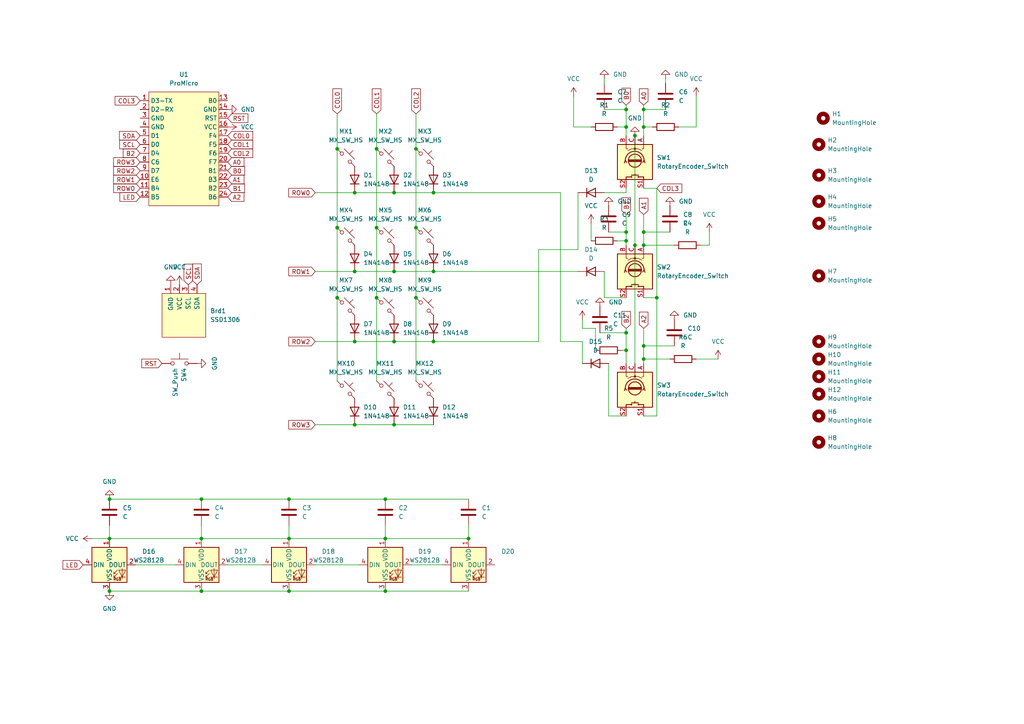
<source format=kicad_sch>
(kicad_sch (version 20230121) (generator eeschema)
  (paper "A4")
  (lib_symbols
    (symbol "Device:C" (pin_numbers hide) (pin_names (offset 0.254))
      (property "Reference" "C" (at 0.635 2.54 0))
      (property "Value" "C" (at 0.635 -2.54 0))
      (symbol "C_0_1"
        (polyline (pts (xy -2.032 -0.762) (xy 2.032 -0.762)) (stroke (width 0.508)))
        (polyline (pts (xy -2.032 0.762) (xy 2.032 0.762)) (stroke (width 0.508)))
      )
      (symbol "C_1_1"
        (pin passive line (at 0 3.81 270) (length 2.794) (name "~") (number "1"))
        (pin passive line (at 0 -3.81 90) (length 2.794) (name "~") (number "2"))
      )
    )
    (symbol "Device:D" (pin_numbers hide) (pin_names (offset 1.016) hide)
      (property "Reference" "D" (at 0 2.54 0))
      (property "Value" "D" (at 0 -2.54 0))
      (symbol "D_0_1"
        (polyline (pts (xy -1.27 1.27) (xy -1.27 -1.27)) (stroke (width 0.254)))
        (polyline (pts (xy 1.27 0) (xy -1.27 0)))
        (polyline (pts (xy 1.27 1.27) (xy 1.27 -1.27) (xy -1.27 0) (xy 1.27 1.27)) (stroke (width 0.254)))
      )
      (symbol "D_1_1"
        (pin passive line (at -3.81 0 0) (length 2.54) (name "K") (number "1"))
        (pin passive line (at 3.81 0 180) (length 2.54) (name "A") (number "2"))
      )
    )
    (symbol "Device:R" (pin_numbers hide) (pin_names (offset 0))
      (property "Reference" "R" (at 2.032 0 90))
      (property "Value" "R" (at 0 0 90))
      (symbol "R_0_1"
        (rectangle (start -1.016 -2.54) (end 1.016 2.54) (stroke (width 0.254)))
      )
      (symbol "R_1_1"
        (pin passive line (at 0 3.81 270) (length 1.27) (name "~") (number "1"))
        (pin passive line (at 0 -3.81 90) (length 1.27) (name "~") (number "2"))
      )
    )
    (symbol "Device:RotaryEncoder_Switch" (pin_names (offset 0.254) hide)
      (property "Reference" "SW" (at 0 6.604 0))
      (property "Value" "RotaryEncoder_Switch" (at 0 -6.604 0))
      (symbol "RotaryEncoder_Switch_0_1"
        (rectangle (start -5.08 5.08) (end 5.08 -5.08) (stroke (width 0.254)) (fill (type background)))
        (circle (center -3.81 0) (radius 0.254) (fill (type outline)))
        (circle (center -0.381 0) (radius 1.905) (stroke (width 0.254)))
        (arc (start -0.381 2.667) (mid -3.0988 -0.0635) (end -0.381 -2.794) (stroke (width 0.254)))
        (polyline (pts (xy -0.635 -1.778) (xy -0.635 1.778)) (stroke (width 0.254)))
        (polyline (pts (xy -0.381 -1.778) (xy -0.381 1.778)) (stroke (width 0.254)))
        (polyline (pts (xy -0.127 1.778) (xy -0.127 -1.778)) (stroke (width 0.254)))
        (polyline (pts (xy 3.81 0) (xy 3.429 0)) (stroke (width 0.254)))
        (polyline (pts (xy 3.81 1.016) (xy 3.81 -1.016)) (stroke (width 0.254)))
        (polyline (pts (xy -5.08 -2.54) (xy -3.81 -2.54) (xy -3.81 -2.032)))
        (polyline (pts (xy -5.08 2.54) (xy -3.81 2.54) (xy -3.81 2.032)))
        (polyline (pts (xy 0.254 -3.048) (xy -0.508 -2.794) (xy 0.127 -2.413)) (stroke (width 0.254)))
        (polyline (pts (xy 0.254 2.921) (xy -0.508 2.667) (xy 0.127 2.286)) (stroke (width 0.254)))
        (polyline (pts (xy 5.08 -2.54) (xy 4.318 -2.54) (xy 4.318 -1.016)) (stroke (width 0.254)))
        (polyline (pts (xy 5.08 2.54) (xy 4.318 2.54) (xy 4.318 1.016)) (stroke (width 0.254)))
        (polyline (pts (xy -5.08 0) (xy -3.81 0) (xy -3.81 -1.016) (xy -3.302 -2.032)))
        (polyline (pts (xy -4.318 0) (xy -3.81 0) (xy -3.81 1.016) (xy -3.302 2.032)))
        (circle (center 4.318 -1.016) (radius 0.127) (stroke (width 0.254)))
        (circle (center 4.318 1.016) (radius 0.127) (stroke (width 0.254)))
      )
      (symbol "RotaryEncoder_Switch_1_1"
        (pin passive line (at -7.62 2.54 0) (length 2.54) (name "A") (number "A"))
        (pin passive line (at -7.62 -2.54 0) (length 2.54) (name "B") (number "B"))
        (pin passive line (at -7.62 0 0) (length 2.54) (name "C") (number "C"))
        (pin passive line (at 7.62 2.54 180) (length 2.54) (name "S1") (number "S1"))
        (pin passive line (at 7.62 -2.54 180) (length 2.54) (name "S2") (number "S2"))
      )
    )
    (symbol "Diode:1N4148" (pin_numbers hide) (pin_names hide)
      (property "Reference" "D" (at 0 2.54 0))
      (property "Value" "1N4148" (at 0 -2.54 0))
      (symbol "1N4148_0_1"
        (polyline (pts (xy -1.27 1.27) (xy -1.27 -1.27)) (stroke (width 0.254)))
        (polyline (pts (xy 1.27 0) (xy -1.27 0)))
        (polyline (pts (xy 1.27 1.27) (xy 1.27 -1.27) (xy -1.27 0) (xy 1.27 1.27)) (stroke (width 0.254)))
      )
      (symbol "1N4148_1_1"
        (pin passive line (at -3.81 0 0) (length 2.54) (name "K") (number "1"))
        (pin passive line (at 3.81 0 180) (length 2.54) (name "A") (number "2"))
      )
    )
    (symbol "LED:WS2812B" (pin_names (offset 0.254))
      (property "Reference" "D" (at 5.08 5.715 0))
      (property "Value" "WS2812B" (at 1.27 -5.715 0))
      (symbol "WS2812B_0_0"
        (text "RGB" (at 2.286 -4.191 0) (effects (font (size 0.762 0.762))))
      )
      (symbol "WS2812B_0_1"
        (polyline (pts (xy 1.27 -3.556) (xy 1.778 -3.556)))
        (polyline (pts (xy 1.27 -2.54) (xy 1.778 -2.54)))
        (polyline (pts (xy 4.699 -3.556) (xy 2.667 -3.556)))
        (polyline (pts (xy 2.286 -2.54) (xy 1.27 -3.556) (xy 1.27 -3.048)))
        (polyline (pts (xy 2.286 -1.524) (xy 1.27 -2.54) (xy 1.27 -2.032)))
        (polyline (pts (xy 3.683 -1.016) (xy 3.683 -3.556) (xy 3.683 -4.064)))
        (polyline (pts (xy 4.699 -1.524) (xy 2.667 -1.524) (xy 3.683 -3.556) (xy 4.699 -1.524)))
        (rectangle (start 5.08 5.08) (end -5.08 -5.08) (stroke (width 0.254)) (fill (type background)))
      )
      (symbol "WS2812B_1_1"
        (pin power_in line (at 0 7.62 270) (length 2.54) (name "VDD") (number "1"))
        (pin output line (at 7.62 0 180) (length 2.54) (name "DOUT") (number "2"))
        (pin power_in line (at 0 -7.62 90) (length 2.54) (name "VSS") (number "3"))
        (pin input line (at -7.62 0 0) (length 2.54) (name "DIN") (number "4"))
      )
    )
    (symbol "Mechanical:MountingHole" (pin_names (offset 1.016))
      (property "Reference" "H" (at 0 5.08 0))
      (property "Value" "MountingHole" (at 0 3.175 0))
      (symbol "MountingHole_0_1"
        (circle (center 0 0) (radius 1.27) (stroke (width 1.27)))
      )
    )
    (symbol "PCM_marbastlib-mx:MX_SW_HS" (pin_numbers hide) (pin_names (offset 1.016) hide)
      (property "Reference" "MX" (at 3.048 1.016 0))
      (property "Value" "MX_SW_HS" (at 0 -3.81 0))
      (symbol "MX_SW_HS_0_1"
        (circle (center -1.1684 1.1684) (radius 0.508))
        (polyline (pts (xy -0.508 2.54) (xy 2.54 -0.508)))
        (polyline (pts (xy 1.016 1.016) (xy 2.032 2.032)))
        (polyline (pts (xy -2.54 2.54) (xy -1.524 1.524) (xy -1.524 1.524)))
        (polyline (pts (xy 1.524 -1.524) (xy 2.54 -2.54) (xy 2.54 -2.54) (xy 2.54 -2.54)))
        (circle (center 1.143 -1.1938) (radius 0.508))
        (pin passive line (at -2.54 2.54 0) (length 0) (name "1") (number "1"))
        (pin passive line (at 2.54 -2.54 180) (length 0) (name "2") (number "2"))
      )
    )
    (symbol "PCM_marbastlib-promicroish:Arduino_ProMicro" (in_bom no)
      (property "Reference" "U" (at 0 20.32 0))
      (property "Value" "ProMicro" (at 0 17.78 0))
      (symbol "Arduino_ProMicro_0_0"
        (pin bidirectional line (at -12.7 13.97 0) (length 2.54) (name "D3-TX") (number "1"))
        (pin bidirectional line (at -12.7 -8.89 0) (length 2.54) (name "E6") (number "10"))
        (pin bidirectional line (at -12.7 -11.43 0) (length 2.54) (name "B4") (number "11"))
        (pin bidirectional line (at -12.7 -13.97 0) (length 2.54) (name "B5") (number "12"))
        (pin power_out line (at 12.7 11.43 180) (length 2.54) (name "GND") (number "14"))
        (pin bidirectional line (at 12.7 8.89 180) (length 2.54) (name "RST") (number "15"))
        (pin bidirectional line (at 12.7 3.81 180) (length 2.54) (name "F4") (number "17"))
        (pin bidirectional line (at 12.7 1.27 180) (length 2.54) (name "F5") (number "18"))
        (pin bidirectional line (at 12.7 -1.27 180) (length 2.54) (name "F6") (number "19"))
        (pin bidirectional line (at -12.7 11.43 0) (length 2.54) (name "D2-RX") (number "2"))
        (pin bidirectional line (at 12.7 -3.81 180) (length 2.54) (name "F7") (number "20"))
        (pin bidirectional line (at 12.7 -6.35 180) (length 2.54) (name "B1") (number "21"))
        (pin bidirectional line (at 12.7 -8.89 180) (length 2.54) (name "B3") (number "22"))
        (pin bidirectional line (at 12.7 -11.43 180) (length 2.54) (name "B2") (number "23"))
        (pin bidirectional line (at 12.7 -13.97 180) (length 2.54) (name "B6") (number "24"))
        (pin power_out line (at -12.7 8.89 0) (length 2.54) (name "GND") (number "3"))
        (pin power_out line (at -12.7 6.35 0) (length 2.54) (name "GND") (number "4"))
        (pin bidirectional line (at -12.7 3.81 0) (length 2.54) (name "D1") (number "5"))
        (pin bidirectional line (at -12.7 1.27 0) (length 2.54) (name "D0") (number "6"))
        (pin bidirectional line (at -12.7 -1.27 0) (length 2.54) (name "D4") (number "7"))
        (pin bidirectional line (at -12.7 -3.81 0) (length 2.54) (name "C6") (number "8"))
        (pin bidirectional line (at -12.7 -6.35 0) (length 2.54) (name "D7") (number "9"))
      )
      (symbol "Arduino_ProMicro_1_0"
        (pin bidirectional line (at 12.7 13.97 180) (length 2.54) (name "B0") (number "13"))
        (pin power_out line (at 12.7 6.35 180) (length 2.54) (name "VCC") (number "16"))
      )
      (symbol "Arduino_ProMicro_1_1"
        (rectangle (start -10.16 16.51) (end 10.16 -16.51) (fill (type background)))
      )
    )
    (symbol "SSD1306-128x64_OLED:SSD1306" (pin_names (offset 1.016))
      (property "Reference" "Brd" (at 0 -3.81 0))
      (property "Value" "SSD1306" (at 0 -1.27 0))
      (symbol "SSD1306_0_1"
        (rectangle (start -6.35 6.35) (end 6.35 -6.35) (fill (type background)))
      )
      (symbol "SSD1306_1_1"
        (pin input line (at -3.81 8.89 270) (length 2.54) (name "GND") (number "1"))
        (pin input line (at -1.27 8.89 270) (length 2.54) (name "VCC") (number "2"))
        (pin input line (at 1.27 8.89 270) (length 2.54) (name "SCL") (number "3"))
        (pin input line (at 3.81 8.89 270) (length 2.54) (name "SDA") (number "4"))
      )
    )
    (symbol "Switch:SW_Push" (pin_numbers hide) (pin_names (offset 1.016) hide)
      (property "Reference" "SW" (at 1.27 2.54 0))
      (property "Value" "SW_Push" (at 0 -1.524 0))
      (symbol "SW_Push_0_1"
        (circle (center -2.032 0) (radius 0.508))
        (polyline (pts (xy 0 1.27) (xy 0 3.048)))
        (polyline (pts (xy 2.54 1.27) (xy -2.54 1.27)))
        (circle (center 2.032 0) (radius 0.508))
        (pin passive line (at -5.08 0 0) (length 2.54) (name "1") (number "1"))
        (pin passive line (at 5.08 0 180) (length 2.54) (name "2") (number "2"))
      )
    )
    (symbol "power:GND" (power) (pin_names (offset 0))
      (property "Value" "GND" (at 0 -3.81 0))
      (symbol "GND_0_1"
        (polyline (pts (xy 0 0) (xy 0 -1.27) (xy 1.27 -1.27) (xy 0 -2.54) (xy -1.27 -1.27) (xy 0 -1.27)))
      )
      (symbol "GND_1_1"
        (pin power_in line (at 0 0 270) (length 0) hide (name "GND") (number "1"))
      )
    )
    (symbol "power:VCC" (power) (pin_names (offset 0))
      (property "Value" "VCC" (at 0 3.81 0))
      (symbol "VCC_0_1"
        (polyline (pts (xy -0.762 1.27) (xy 0 2.54)))
        (polyline (pts (xy 0 0) (xy 0 2.54)))
        (polyline (pts (xy 0 2.54) (xy 0.762 1.27)))
      )
      (symbol "VCC_1_1"
        (pin power_in line (at 0 0 90) (length 0) hide (name "VCC") (number "1"))
      )
    )
  )
  (junction (at 102.87 78.74))
  (junction (at 109.22 86.36))
  (junction (at 58.42 144.78))
  (junction (at 58.42 171.45))
  (junction (at 135.89 156.21))
  (junction (at 114.3 78.74))
  (junction (at 186.69 31.75))
  (junction (at 109.22 43.18))
  (junction (at 125.73 78.74))
  (junction (at 31.75 156.21))
  (junction (at 102.87 123.19))
  (junction (at 186.69 36.83))
  (junction (at 31.75 144.78))
  (junction (at 111.76 144.78))
  (junction (at 120.65 66.04))
  (junction (at 186.69 104.14))
  (junction (at 102.87 99.06))
  (junction (at 190.5 86.36))
  (junction (at 125.73 99.06))
  (junction (at 186.69 71.12))
  (junction (at 114.3 55.88))
  (junction (at 186.69 100.33))
  (junction (at 83.82 171.45))
  (junction (at 58.42 156.21))
  (junction (at 125.73 55.88))
  (junction (at 83.82 144.78))
  (junction (at 181.61 67.31))
  (junction (at 97.79 43.18))
  (junction (at 97.79 66.04))
  (junction (at 114.3 123.19))
  (junction (at 186.69 67.31))
  (junction (at 83.82 156.21))
  (junction (at 102.87 55.88))
  (junction (at 31.75 171.45))
  (junction (at 114.3 99.06))
  (junction (at 120.65 43.18))
  (junction (at 97.79 86.36))
  (junction (at 181.61 31.75))
  (junction (at 181.61 96.52))
  (junction (at 184.15 39.37))
  (junction (at 120.65 86.36))
  (junction (at 111.76 171.45))
  (junction (at 184.15 71.12))
  (junction (at 181.61 69.85))
  (junction (at 181.61 36.83))
  (junction (at 181.61 101.6))
  (junction (at 111.76 156.21))
  (junction (at 109.22 66.04))
  (wire (pts (xy 186.69 104.14) (xy 186.69 105.41)))
  (wire (pts (xy 181.61 95.25) (xy 181.61 96.52)))
  (wire (pts (xy 58.42 171.45) (xy 83.82 171.45)))
  (wire (pts (xy 194.31 104.14) (xy 186.69 104.14)))
  (wire (pts (xy 181.61 69.85) (xy 181.61 71.12)))
  (wire (pts (xy 168.91 95.25) (xy 168.91 92.71)))
  (wire (pts (xy 156.21 99.06) (xy 125.73 99.06)))
  (wire (pts (xy 173.99 96.52) (xy 181.61 96.52)))
  (wire (pts (xy 111.76 171.45) (xy 135.89 171.45)))
  (wire (pts (xy 31.75 152.4) (xy 31.75 156.21)))
  (wire (pts (xy 184.15 71.12) (xy 184.15 105.41)))
  (wire (pts (xy 184.15 39.37) (xy 184.15 71.12)))
  (wire (pts (xy 58.42 152.4) (xy 58.42 156.21)))
  (wire (pts (xy 109.22 86.36) (xy 109.22 110.49)))
  (wire (pts (xy 119.38 163.83) (xy 128.27 163.83)))
  (wire (pts (xy 58.42 144.78) (xy 83.82 144.78)))
  (wire (pts (xy 181.61 54.61) (xy 181.61 55.88)))
  (wire (pts (xy 181.61 39.37) (xy 181.61 36.83)))
  (wire (pts (xy 162.56 99.06) (xy 162.56 55.88)))
  (wire (pts (xy 91.44 78.74) (xy 102.87 78.74)))
  (wire (pts (xy 179.07 69.85) (xy 181.61 69.85)))
  (wire (pts (xy 181.61 120.65) (xy 176.53 120.65)))
  (wire (pts (xy 203.2 71.12) (xy 205.74 71.12)))
  (wire (pts (xy 205.74 71.12) (xy 205.74 67.31)))
  (wire (pts (xy 102.87 123.19) (xy 114.3 123.19)))
  (wire (pts (xy 181.61 36.83) (xy 181.61 31.75)))
  (wire (pts (xy 102.87 78.74) (xy 114.3 78.74)))
  (wire (pts (xy 186.69 31.75) (xy 186.69 36.83)))
  (wire (pts (xy 172.72 101.6) (xy 172.72 95.25)))
  (wire (pts (xy 97.79 33.02) (xy 97.79 43.18)))
  (wire (pts (xy 186.69 30.48) (xy 186.69 31.75)))
  (wire (pts (xy 181.61 86.36) (xy 175.26 86.36)))
  (wire (pts (xy 181.61 101.6) (xy 181.61 105.41)))
  (wire (pts (xy 208.28 104.14) (xy 201.93 104.14)))
  (wire (pts (xy 109.22 43.18) (xy 109.22 66.04)))
  (wire (pts (xy 39.37 163.83) (xy 50.8 163.83)))
  (wire (pts (xy 109.22 66.04) (xy 109.22 86.36)))
  (wire (pts (xy 190.5 86.36) (xy 190.5 120.65)))
  (wire (pts (xy 111.76 144.78) (xy 135.89 144.78)))
  (wire (pts (xy 83.82 171.45) (xy 111.76 171.45)))
  (wire (pts (xy 166.37 36.83) (xy 171.45 36.83)))
  (wire (pts (xy 97.79 86.36) (xy 97.79 110.49)))
  (wire (pts (xy 186.69 120.65) (xy 190.5 120.65)))
  (wire (pts (xy 201.93 36.83) (xy 201.93 27.94)))
  (wire (pts (xy 31.75 156.21) (xy 58.42 156.21)))
  (wire (pts (xy 97.79 43.18) (xy 97.79 66.04)))
  (wire (pts (xy 91.44 163.83) (xy 104.14 163.83)))
  (wire (pts (xy 31.75 171.45) (xy 58.42 171.45)))
  (wire (pts (xy 58.42 156.21) (xy 83.82 156.21)))
  (wire (pts (xy 181.61 67.31) (xy 181.61 69.85)))
  (wire (pts (xy 186.69 95.25) (xy 186.69 100.33)))
  (wire (pts (xy 83.82 156.21) (xy 111.76 156.21)))
  (wire (pts (xy 181.61 62.23) (xy 181.61 67.31)))
  (wire (pts (xy 125.73 78.74) (xy 167.64 78.74)))
  (wire (pts (xy 31.75 144.78) (xy 58.42 144.78)))
  (wire (pts (xy 120.65 43.18) (xy 120.65 66.04)))
  (wire (pts (xy 120.65 33.02) (xy 120.65 43.18)))
  (wire (pts (xy 102.87 55.88) (xy 114.3 55.88)))
  (wire (pts (xy 186.69 36.83) (xy 186.69 39.37)))
  (wire (pts (xy 168.91 105.41) (xy 168.91 99.06)))
  (wire (pts (xy 196.85 36.83) (xy 201.93 36.83)))
  (wire (pts (xy 162.56 55.88) (xy 125.73 55.88)))
  (wire (pts (xy 176.53 67.31) (xy 181.61 67.31)))
  (wire (pts (xy 175.26 86.36) (xy 175.26 78.74)))
  (wire (pts (xy 186.69 67.31) (xy 194.31 67.31)))
  (wire (pts (xy 175.26 22.86) (xy 175.26 24.13)))
  (wire (pts (xy 181.61 55.88) (xy 175.26 55.88)))
  (wire (pts (xy 181.61 96.52) (xy 181.61 101.6)))
  (wire (pts (xy 120.65 86.36) (xy 120.65 110.49)))
  (wire (pts (xy 102.87 99.06) (xy 114.3 99.06)))
  (wire (pts (xy 168.91 99.06) (xy 162.56 99.06)))
  (wire (pts (xy 175.26 31.75) (xy 181.61 31.75)))
  (wire (pts (xy 111.76 152.4) (xy 111.76 156.21)))
  (wire (pts (xy 167.64 72.39) (xy 156.21 72.39)))
  (wire (pts (xy 186.69 100.33) (xy 186.69 104.14)))
  (wire (pts (xy 166.37 27.94) (xy 166.37 36.83)))
  (wire (pts (xy 172.72 95.25) (xy 168.91 95.25)))
  (wire (pts (xy 186.69 54.61) (xy 190.5 54.61)))
  (wire (pts (xy 114.3 99.06) (xy 125.73 99.06)))
  (wire (pts (xy 186.69 31.75) (xy 193.04 31.75)))
  (wire (pts (xy 111.76 156.21) (xy 135.89 156.21)))
  (wire (pts (xy 66.04 163.83) (xy 76.2 163.83)))
  (wire (pts (xy 83.82 144.78) (xy 111.76 144.78)))
  (wire (pts (xy 135.89 152.4) (xy 135.89 156.21)))
  (wire (pts (xy 120.65 66.04) (xy 120.65 86.36)))
  (wire (pts (xy 180.34 101.6) (xy 181.61 101.6)))
  (wire (pts (xy 186.69 100.33) (xy 195.58 100.33)))
  (wire (pts (xy 156.21 72.39) (xy 156.21 99.06)))
  (wire (pts (xy 171.45 69.85) (xy 171.45 64.77)))
  (wire (pts (xy 176.53 120.65) (xy 176.53 105.41)))
  (wire (pts (xy 193.04 22.86) (xy 193.04 24.13)))
  (wire (pts (xy 91.44 123.19) (xy 102.87 123.19)))
  (wire (pts (xy 114.3 78.74) (xy 125.73 78.74)))
  (wire (pts (xy 186.69 36.83) (xy 189.23 36.83)))
  (wire (pts (xy 179.07 36.83) (xy 181.61 36.83)))
  (wire (pts (xy 190.5 86.36) (xy 186.69 86.36)))
  (wire (pts (xy 91.44 99.06) (xy 102.87 99.06)))
  (wire (pts (xy 114.3 55.88) (xy 125.73 55.88)))
  (wire (pts (xy 167.64 55.88) (xy 167.64 72.39)))
  (wire (pts (xy 83.82 152.4) (xy 83.82 156.21)))
  (wire (pts (xy 26.67 156.21) (xy 31.75 156.21)))
  (wire (pts (xy 186.69 67.31) (xy 186.69 71.12)))
  (wire (pts (xy 91.44 55.88) (xy 102.87 55.88)))
  (wire (pts (xy 195.58 71.12) (xy 186.69 71.12)))
  (wire (pts (xy 97.79 66.04) (xy 97.79 86.36)))
  (wire (pts (xy 114.3 123.19) (xy 125.73 123.19)))
  (wire (pts (xy 186.69 62.23) (xy 186.69 67.31)))
  (wire (pts (xy 109.22 33.02) (xy 109.22 43.18)))
  (wire (pts (xy 190.5 54.61) (xy 190.5 86.36)))
  (wire (pts (xy 181.61 31.75) (xy 181.61 30.48)))
  (global_label "RST" (shape input) (at 46.99 105.41 180) (property "Intersheetrefs" "${INTERSHEET_REFS}" (effects hide)))
  (global_label "A0" (shape input) (at 66.04 46.99 0) (property "Intersheetrefs" "${INTERSHEET_REFS}" (effects hide)))
  (global_label "SDA" (shape input) (at 57.15 82.55 90) (property "Intersheetrefs" "${INTERSHEET_REFS}" (effects hide)))
  (global_label "ROW0" (shape input) (at 91.44 55.88 180) (property "Intersheetrefs" "${INTERSHEET_REFS}" (effects hide)))
  (global_label "A2" (shape input) (at 186.69 95.25 90) (property "Intersheetrefs" "${INTERSHEET_REFS}" (effects hide)))
  (global_label "ROW0" (shape input) (at 40.64 54.61 180) (property "Intersheetrefs" "${INTERSHEET_REFS}" (effects hide)))
  (global_label "COL2" (shape input) (at 120.65 33.02 90) (property "Intersheetrefs" "${INTERSHEET_REFS}" (effects hide)))
  (global_label "ROW1" (shape input) (at 40.64 52.07 180) (property "Intersheetrefs" "${INTERSHEET_REFS}" (effects hide)))
  (global_label "ROW2" (shape input) (at 91.44 99.06 180) (property "Intersheetrefs" "${INTERSHEET_REFS}" (effects hide)))
  (global_label "LED" (shape input) (at 24.13 163.83 180) (property "Intersheetrefs" "${INTERSHEET_REFS}" (effects hide)))
  (global_label "SCL" (shape input) (at 54.61 82.55 90) (property "Intersheetrefs" "${INTERSHEET_REFS}" (effects hide)))
  (global_label "B2" (shape input) (at 181.61 95.25 90) (property "Intersheetrefs" "${INTERSHEET_REFS}" (effects hide)))
  (global_label "A1" (shape input) (at 66.04 52.07 0) (property "Intersheetrefs" "${INTERSHEET_REFS}" (effects hide)))
  (global_label "ROW3" (shape input) (at 40.64 46.99 180) (property "Intersheetrefs" "${INTERSHEET_REFS}" (effects hide)))
  (global_label "COL3" (shape input) (at 40.64 29.21 180) (property "Intersheetrefs" "${INTERSHEET_REFS}" (effects hide)))
  (global_label "COL0" (shape input) (at 66.04 39.37 0) (property "Intersheetrefs" "${INTERSHEET_REFS}" (effects hide)))
  (global_label "SCL" (shape input) (at 40.64 41.91 180) (property "Intersheetrefs" "${INTERSHEET_REFS}" (effects hide)))
  (global_label "B2" (shape input) (at 40.64 44.45 180) (property "Intersheetrefs" "${INTERSHEET_REFS}" (effects hide)))
  (global_label "SDA" (shape input) (at 40.64 39.37 180) (property "Intersheetrefs" "${INTERSHEET_REFS}" (effects hide)))
  (global_label "COL3" (shape input) (at 190.5 54.61 0) (property "Intersheetrefs" "${INTERSHEET_REFS}" (effects hide)))
  (global_label "B1" (shape input) (at 181.61 62.23 90) (property "Intersheetrefs" "${INTERSHEET_REFS}" (effects hide)))
  (global_label "A0" (shape input) (at 186.69 30.48 90) (property "Intersheetrefs" "${INTERSHEET_REFS}" (effects hide)))
  (global_label "COL1" (shape input) (at 109.22 33.02 90) (property "Intersheetrefs" "${INTERSHEET_REFS}" (effects hide)))
  (global_label "ROW2" (shape input) (at 40.64 49.53 180) (property "Intersheetrefs" "${INTERSHEET_REFS}" (effects hide)))
  (global_label "LED" (shape input) (at 40.64 57.15 180) (property "Intersheetrefs" "${INTERSHEET_REFS}" (effects hide)))
  (global_label "RST" (shape input) (at 66.04 34.29 0) (property "Intersheetrefs" "${INTERSHEET_REFS}" (effects hide)))
  (global_label "COL1" (shape input) (at 66.04 41.91 0) (property "Intersheetrefs" "${INTERSHEET_REFS}" (effects hide)))
  (global_label "ROW3" (shape input) (at 91.44 123.19 180) (property "Intersheetrefs" "${INTERSHEET_REFS}" (effects hide)))
  (global_label "A2" (shape input) (at 66.04 57.15 0) (property "Intersheetrefs" "${INTERSHEET_REFS}" (effects hide)))
  (global_label "B0" (shape input) (at 66.04 49.53 0) (property "Intersheetrefs" "${INTERSHEET_REFS}" (effects hide)))
  (global_label "ROW1" (shape input) (at 91.44 78.74 180) (property "Intersheetrefs" "${INTERSHEET_REFS}" (effects hide)))
  (global_label "B1" (shape input) (at 66.04 54.61 0) (property "Intersheetrefs" "${INTERSHEET_REFS}" (effects hide)))
  (global_label "A1" (shape input) (at 186.69 62.23 90) (property "Intersheetrefs" "${INTERSHEET_REFS}" (effects hide)))
  (global_label "COL2" (shape input) (at 66.04 44.45 0) (property "Intersheetrefs" "${INTERSHEET_REFS}" (effects hide)))
  (global_label "B0" (shape input) (at 181.61 30.48 90) (property "Intersheetrefs" "${INTERSHEET_REFS}" (effects hide)))
  (global_label "COL0" (shape input) (at 97.79 33.02 90) (property "Intersheetrefs" "${INTERSHEET_REFS}" (effects hide)))
  (symbol (lib_id "Mechanical:MountingHole") (at 237.49 114.3 0) (unit 1)
    (property "Reference" "H12" (at 240.03 113.03 0) (effects (justify left)))
    (property "Value" "MountingHole" (at 240.03 115.57 0) (effects (justify left)))
    (property "Footprint" "MountingHole:MountingHole_2.2mm_M2_ISO7380_Pad_TopBottom" (effects hide))
  )
  (symbol (lib_id "Diode:1N4148") (at 114.3 52.07 90) (unit 1)
    (property "Reference" "D2" (at 116.84 50.8 90) (effects (justify right)))
    (property "Value" "1N4148" (at 116.84 53.34 90) (effects (justify right)))
    (property "Footprint" "Diode_THT:D_DO-35_SOD27_P7.62mm_Horizontal" (effects hide))
    (property "Datasheet" "https://assets.nexperia.com/documents/data-sheet/1N4148_1N4448.pdf" (effects hide))
    (property "Sim.Device" "D" (effects hide))
    (property "Sim.Pins" "1=K 2=A" (effects hide))
  )
  (symbol (lib_id "Device:C") (at 83.82 148.59 180) (unit 1)
    (property "Reference" "C3" (at 87.63 147.32 0) (effects (justify right)))
    (property "Value" "C" (at 87.63 149.86 0) (effects (justify right)))
    (property "Footprint" "Capacitor_SMD:C_0603_1608Metric_Pad1.08x0.95mm_HandSolder" (effects hide))
  )
  (symbol (lib_id "power:GND") (at 195.58 92.71 180) (unit 1)
    (property "Reference" "#PWR014" (effects hide))
    (property "Value" "GND" (at 198.12 91.44 0) (effects (justify right)))
  )
  (symbol (lib_id "Diode:1N4148") (at 102.87 119.38 90) (unit 1)
    (property "Reference" "D10" (at 105.41 118.11 90) (effects (justify right)))
    (property "Value" "1N4148" (at 105.41 120.65 90) (effects (justify right)))
    (property "Footprint" "Diode_THT:D_DO-35_SOD27_P7.62mm_Horizontal" (effects hide))
    (property "Datasheet" "https://assets.nexperia.com/documents/data-sheet/1N4148_1N4448.pdf" (effects hide))
    (property "Sim.Device" "D" (effects hide))
    (property "Sim.Pins" "1=K 2=A" (effects hide))
  )
  (symbol (lib_id "power:GND") (at 184.15 39.37 180) (unit 1)
    (property "Reference" "#PWR02" (effects hide))
    (property "Value" "GND" (at 184.15 34.29 0))
  )
  (symbol (lib_id "Device:C") (at 58.42 148.59 180) (unit 1)
    (property "Reference" "C4" (at 62.23 147.32 0) (effects (justify right)))
    (property "Value" "C" (at 62.23 149.86 0) (effects (justify right)))
    (property "Footprint" "Capacitor_SMD:C_0603_1608Metric_Pad1.08x0.95mm_HandSolder" (effects hide))
  )
  (symbol (lib_id "LED:WS2812B") (at 58.42 163.83 0) (unit 1)
    (property "Reference" "D17" (at 69.85 159.9439 0))
    (property "Value" "WS2812B" (at 69.85 162.4839 0))
    (property "Footprint" "LED_SMD:LED_WS2812B_PLCC4_5.0x5.0mm_P3.2mm" (effects hide))
    (property "Datasheet" "https://cdn-shop.adafruit.com/datasheets/WS2812B.pdf" (effects hide))
  )
  (symbol (lib_id "Device:RotaryEncoder_Switch") (at 184.15 78.74 270) (unit 1)
    (property "Reference" "SW2" (at 190.5 77.47 90) (effects (justify left)))
    (property "Value" "RotaryEncoder_Switch" (at 190.5 80.01 90) (effects (justify left)))
    (property "Footprint" "Rotary_Encoder:RotaryEncoder_Alps_EC11E-Switch_Vertical_H20mm" (effects hide))
  )
  (symbol (lib_id "Diode:1N4148") (at 125.73 52.07 90) (unit 1)
    (property "Reference" "D3" (at 128.27 50.8 90) (effects (justify right)))
    (property "Value" "1N4148" (at 128.27 53.34 90) (effects (justify right)))
    (property "Footprint" "Diode_THT:D_DO-35_SOD27_P7.62mm_Horizontal" (effects hide))
    (property "Datasheet" "https://assets.nexperia.com/documents/data-sheet/1N4148_1N4448.pdf" (effects hide))
    (property "Sim.Device" "D" (effects hide))
    (property "Sim.Pins" "1=K 2=A" (effects hide))
  )
  (symbol (lib_id "PCM_marbastlib-mx:MX_SW_HS") (at 111.76 113.03 0) (unit 1)
    (property "Reference" "MX11" (at 111.76 105.41 0))
    (property "Value" "MX_SW_HS" (at 111.76 107.95 0))
    (property "Footprint" "PCM_marbastlib-mx:SW_MX_HS_1u" (effects hide))
  )
  (symbol (lib_id "LED:WS2812B") (at 31.75 163.83 0) (unit 1)
    (property "Reference" "D16" (at 43.18 159.9439 0))
    (property "Value" "WS2812B" (at 43.18 162.4839 0))
    (property "Footprint" "LED_SMD:LED_WS2812B_PLCC4_5.0x5.0mm_P3.2mm" (effects hide))
    (property "Datasheet" "https://cdn-shop.adafruit.com/datasheets/WS2812B.pdf" (effects hide))
  )
  (symbol (lib_id "PCM_marbastlib-mx:MX_SW_HS") (at 111.76 68.58 0) (unit 1)
    (property "Reference" "MX5" (at 111.76 60.96 0))
    (property "Value" "MX_SW_HS" (at 111.76 63.5 0))
    (property "Footprint" "PCM_marbastlib-mx:SW_MX_HS_1u" (effects hide))
  )
  (symbol (lib_id "Mechanical:MountingHole") (at 237.49 109.22 0) (unit 1)
    (property "Reference" "H11" (at 240.03 107.95 0) (effects (justify left)))
    (property "Value" "MountingHole" (at 240.03 110.49 0) (effects (justify left)))
    (property "Footprint" "MountingHole:MountingHole_2.2mm_M2_ISO7380_Pad_TopBottom" (effects hide))
  )
  (symbol (lib_id "Device:RotaryEncoder_Switch") (at 184.15 46.99 270) (unit 1)
    (property "Reference" "SW1" (at 190.5 45.72 90) (effects (justify left)))
    (property "Value" "RotaryEncoder_Switch" (at 190.5 48.26 90) (effects (justify left)))
    (property "Footprint" "Rotary_Encoder:RotaryEncoder_Alps_EC11E-Switch_Vertical_H20mm" (effects hide))
  )
  (symbol (lib_id "Device:C") (at 194.31 63.5 0) (unit 1)
    (property "Reference" "C8" (at 198.12 62.23 0) (effects (justify left)))
    (property "Value" "C" (at 198.12 64.77 0) (effects (justify left)))
    (property "Footprint" "Capacitor_SMD:C_0603_1608Metric_Pad1.08x0.95mm_HandSolder" (effects hide))
  )
  (symbol (lib_id "Diode:1N4148") (at 125.73 119.38 90) (unit 1)
    (property "Reference" "D12" (at 128.27 118.11 90) (effects (justify right)))
    (property "Value" "1N4148" (at 128.27 120.65 90) (effects (justify right)))
    (property "Footprint" "Diode_THT:D_DO-35_SOD27_P7.62mm_Horizontal" (effects hide))
    (property "Datasheet" "https://assets.nexperia.com/documents/data-sheet/1N4148_1N4448.pdf" (effects hide))
    (property "Sim.Device" "D" (effects hide))
    (property "Sim.Pins" "1=K 2=A" (effects hide))
  )
  (symbol (lib_id "Device:R") (at 175.26 36.83 90) (unit 1)
    (property "Reference" "R1" (at 175.26 30.48 90))
    (property "Value" "R" (at 175.26 33.02 90))
    (property "Footprint" "Resistor_SMD:R_0805_2012Metric_Pad1.20x1.40mm_HandSolder" (effects hide))
  )
  (symbol (lib_id "SSD1306-128x64_OLED:SSD1306") (at 53.34 91.44 0) (unit 1)
    (property "Reference" "Brd1" (at 60.96 90.17 0) (effects (justify left)))
    (property "Value" "SSD1306" (at 60.96 92.71 0) (effects (justify left)))
    (property "Footprint" "SSD1306:128x64OLED" (effects hide))
  )
  (symbol (lib_id "Mechanical:MountingHole") (at 237.49 50.8 0) (unit 1)
    (property "Reference" "H3" (at 240.03 49.53 0) (effects (justify left)))
    (property "Value" "MountingHole" (at 240.03 52.07 0) (effects (justify left)))
    (property "Footprint" "MountingHole:MountingHole_2.2mm_M2_ISO7380_Pad_TopBottom" (effects hide))
  )
  (symbol (lib_id "power:GND") (at 57.15 105.41 90) (unit 1)
    (property "Reference" "#PWR03" (effects hide))
    (property "Value" "GND" (at 62.23 105.41 0))
  )
  (symbol (lib_id "Device:R") (at 193.04 36.83 90) (unit 1)
    (property "Reference" "R2" (at 193.04 30.48 90))
    (property "Value" "R" (at 193.04 33.02 90))
    (property "Footprint" "Resistor_SMD:R_0805_2012Metric_Pad1.20x1.40mm_HandSolder" (effects hide))
  )
  (symbol (lib_id "Device:C") (at 195.58 96.52 180) (unit 1)
    (property "Reference" "C10" (at 199.39 95.25 0) (effects (justify right)))
    (property "Value" "C" (at 199.39 97.79 0) (effects (justify right)))
    (property "Footprint" "Capacitor_SMD:C_0603_1608Metric_Pad1.08x0.95mm_HandSolder" (effects hide))
  )
  (symbol (lib_id "Device:C") (at 176.53 63.5 180) (unit 1)
    (property "Reference" "C9" (at 180.34 62.23 0) (effects (justify right)))
    (property "Value" "C" (at 180.34 64.77 0) (effects (justify right)))
    (property "Footprint" "Capacitor_SMD:C_0603_1608Metric_Pad1.08x0.95mm_HandSolder" (effects hide))
  )
  (symbol (lib_id "power:GND") (at 31.75 171.45 0) (unit 1)
    (property "Reference" "#PWR07" (effects hide))
    (property "Value" "GND" (at 31.75 176.53 0))
  )
  (symbol (lib_id "Diode:1N4148") (at 114.3 95.25 90) (unit 1)
    (property "Reference" "D8" (at 116.84 93.98 90) (effects (justify right)))
    (property "Value" "1N4148" (at 116.84 96.52 90) (effects (justify right)))
    (property "Footprint" "Diode_THT:D_DO-35_SOD27_P7.62mm_Horizontal" (effects hide))
    (property "Datasheet" "https://assets.nexperia.com/documents/data-sheet/1N4148_1N4448.pdf" (effects hide))
    (property "Sim.Device" "D" (effects hide))
    (property "Sim.Pins" "1=K 2=A" (effects hide))
  )
  (symbol (lib_id "Diode:1N4148") (at 114.3 119.38 90) (unit 1)
    (property "Reference" "D11" (at 116.84 118.11 90) (effects (justify right)))
    (property "Value" "1N4148" (at 116.84 120.65 90) (effects (justify right)))
    (property "Footprint" "Diode_THT:D_DO-35_SOD27_P7.62mm_Horizontal" (effects hide))
    (property "Datasheet" "https://assets.nexperia.com/documents/data-sheet/1N4148_1N4448.pdf" (effects hide))
    (property "Sim.Device" "D" (effects hide))
    (property "Sim.Pins" "1=K 2=A" (effects hide))
  )
  (symbol (lib_id "power:GND") (at 31.75 144.78 180) (unit 1)
    (property "Reference" "#PWR08" (effects hide))
    (property "Value" "GND" (at 31.75 139.7 0))
  )
  (symbol (lib_id "power:VCC") (at 201.93 27.94 0) (unit 1)
    (property "Reference" "#PWR017" (effects hide))
    (property "Value" "VCC" (at 201.93 22.86 0))
  )
  (symbol (lib_id "power:GND") (at 176.53 59.69 180) (unit 1)
    (property "Reference" "#PWR013" (effects hide))
    (property "Value" "GND" (at 179.07 58.42 0) (effects (justify right)))
  )
  (symbol (lib_id "PCM_marbastlib-mx:MX_SW_HS") (at 111.76 45.72 0) (unit 1)
    (property "Reference" "MX2" (at 111.76 38.1 0))
    (property "Value" "MX_SW_HS" (at 111.76 40.64 0))
    (property "Footprint" "PCM_marbastlib-mx:SW_MX_HS_1u" (effects hide))
  )
  (symbol (lib_id "LED:WS2812B") (at 83.82 163.83 0) (unit 1)
    (property "Reference" "D18" (at 95.25 159.9439 0))
    (property "Value" "WS2812B" (at 95.25 162.4839 0))
    (property "Footprint" "LED_SMD:LED_WS2812B_PLCC4_5.0x5.0mm_P3.2mm" (effects hide))
    (property "Datasheet" "https://cdn-shop.adafruit.com/datasheets/WS2812B.pdf" (effects hide))
  )
  (symbol (lib_id "Mechanical:MountingHole") (at 237.49 128.27 0) (unit 1)
    (property "Reference" "H8" (at 240.03 127 0) (effects (justify left)))
    (property "Value" "MountingHole" (at 240.03 129.54 0) (effects (justify left)))
    (property "Footprint" "MountingHole:MountingHole_2.2mm_M2_ISO7380_Pad_TopBottom" (effects hide))
  )
  (symbol (lib_id "PCM_marbastlib-mx:MX_SW_HS") (at 123.19 68.58 0) (unit 1)
    (property "Reference" "MX6" (at 123.19 60.96 0))
    (property "Value" "MX_SW_HS" (at 123.19 63.5 0))
    (property "Footprint" "PCM_marbastlib-mx:SW_MX_HS_1u" (effects hide))
  )
  (symbol (lib_id "power:GND") (at 175.26 22.86 180) (unit 1)
    (property "Reference" "#PWR010" (effects hide))
    (property "Value" "GND" (at 177.8 21.59 0) (effects (justify right)))
  )
  (symbol (lib_id "power:VCC") (at 168.91 92.71 0) (unit 1)
    (property "Reference" "#PWR021" (effects hide))
    (property "Value" "VCC" (at 168.91 87.63 0))
  )
  (symbol (lib_id "power:GND") (at 193.04 22.86 180) (unit 1)
    (property "Reference" "#PWR011" (effects hide))
    (property "Value" "GND" (at 195.58 21.59 0) (effects (justify right)))
  )
  (symbol (lib_id "power:VCC") (at 52.07 82.55 0) (unit 1)
    (property "Reference" "#PWR05" (effects hide))
    (property "Value" "VCC" (at 52.07 77.47 0))
  )
  (symbol (lib_id "Mechanical:MountingHole") (at 237.49 80.01 0) (unit 1)
    (property "Reference" "H7" (at 240.03 78.74 0) (effects (justify left)))
    (property "Value" "MountingHole" (at 240.03 81.28 0) (effects (justify left)))
    (property "Footprint" "MountingHole:MountingHole_2.2mm_M2_ISO7380_Pad_TopBottom" (effects hide))
  )
  (symbol (lib_id "Mechanical:MountingHole") (at 237.49 58.42 0) (unit 1)
    (property "Reference" "H4" (at 240.03 57.15 0) (effects (justify left)))
    (property "Value" "MountingHole" (at 240.03 59.69 0) (effects (justify left)))
    (property "Footprint" "MountingHole:MountingHole_2.2mm_M2_ISO7380_Pad_TopBottom" (effects hide))
  )
  (symbol (lib_id "Device:C") (at 173.99 92.71 180) (unit 1)
    (property "Reference" "C11" (at 177.8 91.44 0) (effects (justify right)))
    (property "Value" "C" (at 177.8 93.98 0) (effects (justify right)))
    (property "Footprint" "Capacitor_SMD:C_0603_1608Metric_Pad1.08x0.95mm_HandSolder" (effects hide))
  )
  (symbol (lib_id "LED:WS2812B") (at 135.89 163.83 0) (unit 1)
    (property "Reference" "D20" (at 147.32 159.9439 0))
    (property "Value" "WS2812B" (effects hide))
    (property "Footprint" "LED_SMD:LED_WS2812B_PLCC4_5.0x5.0mm_P3.2mm" (effects hide))
    (property "Datasheet" "https://cdn-shop.adafruit.com/datasheets/WS2812B.pdf" (effects hide))
  )
  (symbol (lib_id "Device:C") (at 111.76 148.59 180) (unit 1)
    (property "Reference" "C2" (at 115.57 147.32 0) (effects (justify right)))
    (property "Value" "C" (at 115.57 149.86 0) (effects (justify right)))
    (property "Footprint" "Capacitor_SMD:C_0603_1608Metric_Pad1.08x0.95mm_HandSolder" (effects hide))
  )
  (symbol (lib_id "PCM_marbastlib-promicroish:Arduino_ProMicro") (at 53.34 43.18 0) (unit 1) (in_bom no)
    (property "Reference" "U1" (at 53.34 21.59 0))
    (property "Value" "ProMicro" (at 53.34 24.13 0))
    (property "Footprint" "PCM_marbastlib-xp-promicroish:ProMicro_USBup" (effects hide))
  )
  (symbol (lib_id "PCM_marbastlib-mx:MX_SW_HS") (at 123.19 113.03 0) (unit 1)
    (property "Reference" "MX12" (at 123.19 105.41 0))
    (property "Value" "MX_SW_HS" (at 123.19 107.95 0))
    (property "Footprint" "PCM_marbastlib-mx:SW_MX_HS_1u" (effects hide))
  )
  (symbol (lib_id "PCM_marbastlib-mx:MX_SW_HS") (at 111.76 88.9 0) (unit 1)
    (property "Reference" "MX8" (at 111.76 81.28 0))
    (property "Value" "MX_SW_HS" (at 111.76 83.82 0))
    (property "Footprint" "PCM_marbastlib-mx:SW_MX_HS_1u" (effects hide))
  )
  (symbol (lib_id "Device:R") (at 176.53 101.6 90) (unit 1)
    (property "Reference" "R5" (at 176.53 95.25 90))
    (property "Value" "R" (at 176.53 97.79 90))
    (property "Footprint" "Resistor_SMD:R_0805_2012Metric_Pad1.20x1.40mm_HandSolder" (effects hide))
  )
  (symbol (lib_id "Diode:1N4148") (at 102.87 52.07 90) (unit 1)
    (property "Reference" "D1" (at 105.41 50.8 90) (effects (justify right)))
    (property "Value" "1N4148" (at 105.41 53.34 90) (effects (justify right)))
    (property "Footprint" "Diode_THT:D_DO-35_SOD27_P7.62mm_Horizontal" (effects hide))
    (property "Datasheet" "https://assets.nexperia.com/documents/data-sheet/1N4148_1N4448.pdf" (effects hide))
    (property "Sim.Device" "D" (effects hide))
    (property "Sim.Pins" "1=K 2=A" (effects hide))
  )
  (symbol (lib_id "power:GND") (at 173.99 88.9 180) (unit 1)
    (property "Reference" "#PWR015" (effects hide))
    (property "Value" "GND" (at 176.53 87.63 0) (effects (justify right)))
  )
  (symbol (lib_id "Device:D") (at 171.45 55.88 0) (unit 1)
    (property "Reference" "D13" (at 171.45 49.53 0))
    (property "Value" "D" (at 171.45 52.07 0))
    (property "Footprint" "Diode_THT:D_DO-35_SOD27_P7.62mm_Horizontal" (effects hide))
    (property "Sim.Device" "D" (effects hide))
    (property "Sim.Pins" "1=K 2=A" (effects hide))
  )
  (symbol (lib_id "Diode:1N4148") (at 125.73 74.93 90) (unit 1)
    (property "Reference" "D6" (at 128.27 73.66 90) (effects (justify right)))
    (property "Value" "1N4148" (at 128.27 76.2 90) (effects (justify right)))
    (property "Footprint" "Diode_THT:D_DO-35_SOD27_P7.62mm_Horizontal" (effects hide))
    (property "Datasheet" "https://assets.nexperia.com/documents/data-sheet/1N4148_1N4448.pdf" (effects hide))
    (property "Sim.Device" "D" (effects hide))
    (property "Sim.Pins" "1=K 2=A" (effects hide))
  )
  (symbol (lib_id "PCM_marbastlib-mx:MX_SW_HS") (at 123.19 45.72 0) (unit 1)
    (property "Reference" "MX3" (at 123.19 38.1 0))
    (property "Value" "MX_SW_HS" (at 123.19 40.64 0))
    (property "Footprint" "PCM_marbastlib-mx:SW_MX_HS_1u" (effects hide))
  )
  (symbol (lib_id "Device:RotaryEncoder_Switch") (at 184.15 113.03 270) (unit 1)
    (property "Reference" "SW3" (at 190.5 111.76 90) (effects (justify left)))
    (property "Value" "RotaryEncoder_Switch" (at 190.5 114.3 90) (effects (justify left)))
    (property "Footprint" "Rotary_Encoder:RotaryEncoder_Alps_EC11E-Switch_Vertical_H20mm" (effects hide))
  )
  (symbol (lib_id "power:VCC") (at 171.45 64.77 0) (unit 1)
    (property "Reference" "#PWR019" (effects hide))
    (property "Value" "VCC" (at 171.45 59.69 0))
  )
  (symbol (lib_id "power:VCC") (at 208.28 104.14 0) (unit 1)
    (property "Reference" "#PWR020" (effects hide))
    (property "Value" "VCC" (at 208.28 99.06 0))
  )
  (symbol (lib_id "Diode:1N4148") (at 102.87 95.25 90) (unit 1)
    (property "Reference" "D7" (at 105.41 93.98 90) (effects (justify right)))
    (property "Value" "1N4148" (at 105.41 96.52 90) (effects (justify right)))
    (property "Footprint" "Diode_THT:D_DO-35_SOD27_P7.62mm_Horizontal" (effects hide))
    (property "Datasheet" "https://assets.nexperia.com/documents/data-sheet/1N4148_1N4448.pdf" (effects hide))
    (property "Sim.Device" "D" (effects hide))
    (property "Sim.Pins" "1=K 2=A" (effects hide))
  )
  (symbol (lib_id "Device:R") (at 199.39 71.12 270) (unit 1)
    (property "Reference" "R4" (at 199.39 64.77 90))
    (property "Value" "R" (at 199.39 67.31 90))
    (property "Footprint" "Resistor_SMD:R_0805_2012Metric_Pad1.20x1.40mm_HandSolder" (effects hide))
  )
  (symbol (lib_id "power:VCC") (at 26.67 156.21 90) (unit 1)
    (property "Reference" "#PWR09" (effects hide))
    (property "Value" "VCC" (at 22.86 156.21 90) (effects (justify left)))
  )
  (symbol (lib_id "Device:C") (at 135.89 148.59 180) (unit 1)
    (property "Reference" "C1" (at 139.7 147.32 0) (effects (justify right)))
    (property "Value" "C" (at 139.7 149.86 0) (effects (justify right)))
    (property "Footprint" "Capacitor_SMD:C_0603_1608Metric_Pad1.08x0.95mm_HandSolder" (effects hide))
  )
  (symbol (lib_id "Switch:SW_Push") (at 52.07 105.41 0) (unit 1)
    (property "Reference" "SW4" (at 53.34 106.68 90) (effects (justify right)))
    (property "Value" "SW_Push" (at 50.8 106.68 90) (effects (justify right)))
    (property "Footprint" "Button_Switch_SMD:SW_Push_SPST_NO_Alps_SKRK" (effects hide))
  )
  (symbol (lib_id "Device:C") (at 175.26 27.94 180) (unit 1)
    (property "Reference" "C7" (at 179.07 26.67 0) (effects (justify right)))
    (property "Value" "C" (at 179.07 29.21 0) (effects (justify right)))
    (property "Footprint" "Capacitor_SMD:C_0603_1608Metric_Pad1.08x0.95mm_HandSolder" (effects hide))
  )
  (symbol (lib_id "Device:R") (at 198.12 104.14 90) (unit 1)
    (property "Reference" "R6" (at 198.12 97.79 90))
    (property "Value" "R" (at 198.12 100.33 90))
    (property "Footprint" "Resistor_SMD:R_0805_2012Metric_Pad1.20x1.40mm_HandSolder" (effects hide))
  )
  (symbol (lib_id "Mechanical:MountingHole") (at 237.49 104.14 0) (unit 1)
    (property "Reference" "H10" (at 240.03 102.87 0) (effects (justify left)))
    (property "Value" "MountingHole" (at 240.03 105.41 0) (effects (justify left)))
    (property "Footprint" "MountingHole:MountingHole_2.2mm_M2_ISO7380_Pad_TopBottom" (effects hide))
  )
  (symbol (lib_id "power:GND") (at 49.53 82.55 180) (unit 1)
    (property "Reference" "#PWR04" (effects hide))
    (property "Value" "GND" (at 49.53 77.47 0))
  )
  (symbol (lib_id "Device:R") (at 175.26 69.85 90) (unit 1)
    (property "Reference" "R3" (at 175.26 63.5 90))
    (property "Value" "R" (at 175.26 66.04 90))
    (property "Footprint" "Resistor_SMD:R_0805_2012Metric_Pad1.20x1.40mm_HandSolder" (effects hide))
  )
  (symbol (lib_id "PCM_marbastlib-mx:MX_SW_HS") (at 100.33 68.58 0) (unit 1)
    (property "Reference" "MX4" (at 100.33 60.96 0))
    (property "Value" "MX_SW_HS" (at 100.33 63.5 0))
    (property "Footprint" "PCM_marbastlib-mx:SW_MX_HS_1u" (effects hide))
  )
  (symbol (lib_id "LED:WS2812B") (at 111.76 163.83 0) (unit 1)
    (property "Reference" "D19" (at 123.19 159.9439 0))
    (property "Value" "WS2812B" (at 123.19 162.4839 0))
    (property "Footprint" "LED_SMD:LED_WS2812B_PLCC4_5.0x5.0mm_P3.2mm" (effects hide))
    (property "Datasheet" "https://cdn-shop.adafruit.com/datasheets/WS2812B.pdf" (effects hide))
  )
  (symbol (lib_id "PCM_marbastlib-mx:MX_SW_HS") (at 100.33 45.72 0) (unit 1)
    (property "Reference" "MX1" (at 100.33 38.1 0))
    (property "Value" "MX_SW_HS" (at 100.33 40.64 0))
    (property "Footprint" "PCM_marbastlib-mx:SW_MX_HS_1u" (effects hide))
  )
  (symbol (lib_id "Diode:1N4148") (at 102.87 74.93 90) (unit 1)
    (property "Reference" "D4" (at 105.41 73.66 90) (effects (justify right)))
    (property "Value" "1N4148" (at 105.41 76.2 90) (effects (justify right)))
    (property "Footprint" "Diode_THT:D_DO-35_SOD27_P7.62mm_Horizontal" (effects hide))
    (property "Datasheet" "https://assets.nexperia.com/documents/data-sheet/1N4148_1N4448.pdf" (effects hide))
    (property "Sim.Device" "D" (effects hide))
    (property "Sim.Pins" "1=K 2=A" (effects hide))
  )
  (symbol (lib_id "Mechanical:MountingHole") (at 238.76 34.29 0) (unit 1)
    (property "Reference" "H1" (at 241.3 33.02 0) (effects (justify left)))
    (property "Value" "MountingHole" (at 241.3 35.56 0) (effects (justify left)))
    (property "Footprint" "MountingHole:MountingHole_2.2mm_M2_ISO7380_Pad_TopBottom" (effects hide))
  )
  (symbol (lib_id "Diode:1N4148") (at 125.73 95.25 90) (unit 1)
    (property "Reference" "D9" (at 128.27 93.98 90) (effects (justify right)))
    (property "Value" "1N4148" (at 128.27 96.52 90) (effects (justify right)))
    (property "Footprint" "Diode_THT:D_DO-35_SOD27_P7.62mm_Horizontal" (effects hide))
    (property "Datasheet" "https://assets.nexperia.com/documents/data-sheet/1N4148_1N4448.pdf" (effects hide))
    (property "Sim.Device" "D" (effects hide))
    (property "Sim.Pins" "1=K 2=A" (effects hide))
  )
  (symbol (lib_id "Device:C") (at 193.04 27.94 180) (unit 1)
    (property "Reference" "C6" (at 196.85 26.67 0) (effects (justify right)))
    (property "Value" "C" (at 196.85 29.21 0) (effects (justify right)))
    (property "Footprint" "Capacitor_SMD:C_0603_1608Metric_Pad1.08x0.95mm_HandSolder" (effects hide))
  )
  (symbol (lib_id "power:VCC") (at 166.37 27.94 0) (unit 1)
    (property "Reference" "#PWR016" (effects hide))
    (property "Value" "VCC" (at 166.37 22.86 0))
  )
  (symbol (lib_id "Device:D") (at 171.45 78.74 0) (unit 1)
    (property "Reference" "D14" (at 171.45 72.39 0))
    (property "Value" "D" (at 171.45 74.93 0))
    (property "Footprint" "Diode_THT:D_DO-35_SOD27_P7.62mm_Horizontal" (effects hide))
    (property "Sim.Device" "D" (effects hide))
    (property "Sim.Pins" "1=K 2=A" (effects hide))
  )
  (symbol (lib_id "PCM_marbastlib-mx:MX_SW_HS") (at 100.33 88.9 0) (unit 1)
    (property "Reference" "MX7" (at 100.33 81.28 0))
    (property "Value" "MX_SW_HS" (at 100.33 83.82 0))
    (property "Footprint" "PCM_marbastlib-mx:SW_MX_HS_1u" (effects hide))
  )
  (symbol (lib_id "PCM_marbastlib-mx:MX_SW_HS") (at 100.33 113.03 0) (unit 1)
    (property "Reference" "MX10" (at 100.33 105.41 0))
    (property "Value" "MX_SW_HS" (at 100.33 107.95 0))
    (property "Footprint" "PCM_marbastlib-mx:SW_MX_HS_1u" (effects hide))
  )
  (symbol (lib_id "power:VCC") (at 66.04 36.83 270) (unit 1)
    (property "Reference" "#PWR06" (effects hide))
    (property "Value" "VCC" (at 69.85 36.83 90) (effects (justify left)))
  )
  (symbol (lib_id "Device:C") (at 31.75 148.59 180) (unit 1)
    (property "Reference" "C5" (at 35.56 147.32 0) (effects (justify right)))
    (property "Value" "C" (at 35.56 149.86 0) (effects (justify right)))
    (property "Footprint" "Capacitor_SMD:C_0603_1608Metric_Pad1.08x0.95mm_HandSolder" (effects hide))
  )
  (symbol (lib_id "Mechanical:MountingHole") (at 237.49 120.65 0) (unit 1)
    (property "Reference" "H6" (at 240.03 119.38 0) (effects (justify left)))
    (property "Value" "MountingHole" (at 240.03 121.92 0) (effects (justify left)))
    (property "Footprint" "MountingHole:MountingHole_2.2mm_M2_ISO7380_Pad_TopBottom" (effects hide))
  )
  (symbol (lib_id "Mechanical:MountingHole") (at 237.49 41.91 0) (unit 1)
    (property "Reference" "H2" (at 240.03 40.64 0) (effects (justify left)))
    (property "Value" "MountingHole" (at 240.03 43.18 0) (effects (justify left)))
    (property "Footprint" "MountingHole:MountingHole_2.2mm_M2_ISO7380_Pad_TopBottom" (effects hide))
  )
  (symbol (lib_id "Mechanical:MountingHole") (at 237.49 99.06 0) (unit 1)
    (property "Reference" "H9" (at 240.03 97.79 0) (effects (justify left)))
    (property "Value" "MountingHole" (at 240.03 100.33 0) (effects (justify left)))
    (property "Footprint" "MountingHole:MountingHole_2.2mm_M2_ISO7380_Pad_TopBottom" (effects hide))
  )
  (symbol (lib_id "PCM_marbastlib-mx:MX_SW_HS") (at 123.19 88.9 0) (unit 1)
    (property "Reference" "MX9" (at 123.19 81.28 0))
    (property "Value" "MX_SW_HS" (at 123.19 83.82 0))
    (property "Footprint" "PCM_marbastlib-mx:SW_MX_HS_1u" (effects hide))
  )
  (symbol (lib_id "power:GND") (at 194.31 59.69 180) (unit 1)
    (property "Reference" "#PWR012" (effects hide))
    (property "Value" "GND" (at 196.85 58.42 0) (effects (justify right)))
  )
  (symbol (lib_id "power:GND") (at 66.04 31.75 90) (unit 1)
    (property "Reference" "#PWR01" (effects hide))
    (property "Value" "GND" (at 69.85 31.75 90) (effects (justify right)))
  )
  (symbol (lib_id "power:VCC") (at 205.74 67.31 0) (unit 1)
    (property "Reference" "#PWR018" (effects hide))
    (property "Value" "VCC" (at 205.74 62.23 0))
  )
  (symbol (lib_id "Mechanical:MountingHole") (at 237.49 64.77 0) (unit 1)
    (property "Reference" "H5" (at 240.03 63.5 0) (effects (justify left)))
    (property "Value" "MountingHole" (at 240.03 66.04 0) (effects (justify left)))
    (property "Footprint" "MountingHole:MountingHole_2.2mm_M2_ISO7380_Pad_TopBottom" (effects hide))
  )
  (symbol (lib_id "Diode:1N4148") (at 114.3 74.93 90) (unit 1)
    (property "Reference" "D5" (at 116.84 73.66 90) (effects (justify right)))
    (property "Value" "1N4148" (at 116.84 76.2 90) (effects (justify right)))
    (property "Footprint" "Diode_THT:D_DO-35_SOD27_P7.62mm_Horizontal" (effects hide))
    (property "Datasheet" "https://assets.nexperia.com/documents/data-sheet/1N4148_1N4448.pdf" (effects hide))
    (property "Sim.Device" "D" (effects hide))
    (property "Sim.Pins" "1=K 2=A" (effects hide))
  )
  (symbol (lib_id "Device:D") (at 172.72 105.41 0) (unit 1)
    (property "Reference" "D15" (at 172.72 99.06 0))
    (property "Value" "D" (at 172.72 101.6 0))
    (property "Footprint" "Diode_THT:D_DO-35_SOD27_P7.62mm_Horizontal" (effects hide))
    (property "Sim.Device" "D" (effects hide))
    (property "Sim.Pins" "1=K 2=A" (effects hide))
  )
)
</source>
